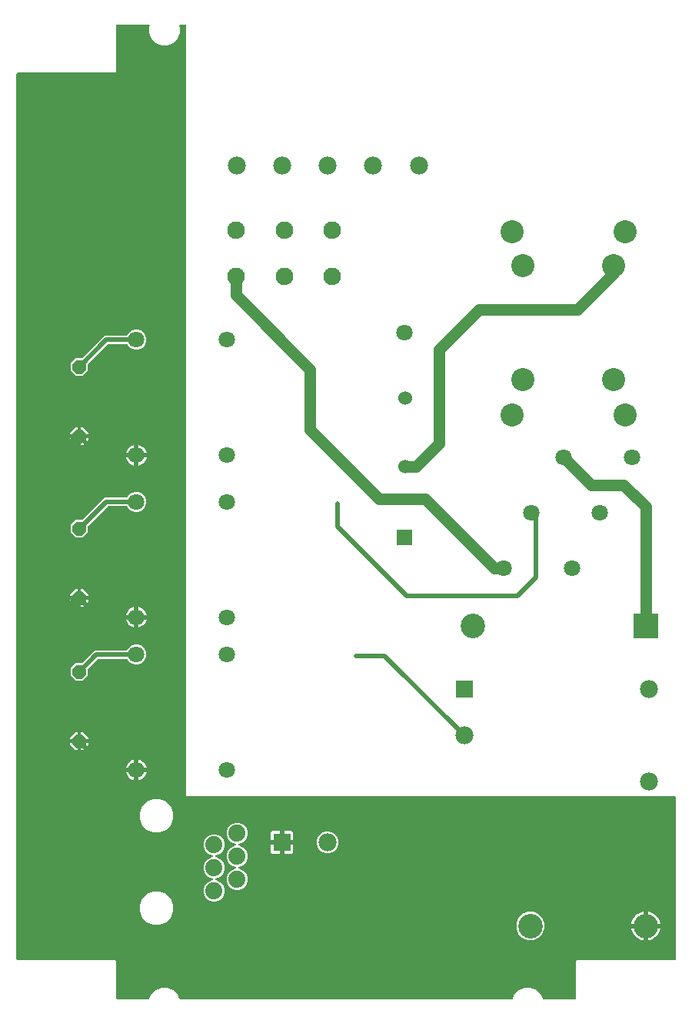
<source format=gbl>
G04 EAGLE Gerber RS-274X export*
G75*
%MOMM*%
%FSLAX34Y34*%
%LPD*%
%INBottom Copper*%
%IPPOS*%
%AMOC8*
5,1,8,0,0,1.08239X$1,22.5*%
G01*
%ADD10C,1.800000*%
%ADD11C,1.879600*%
%ADD12P,1.583577X8X292.500000*%
%ADD13C,1.930400*%
%ADD14R,2.700000X2.700000*%
%ADD15C,2.700000*%
%ADD16R,1.980000X1.980000*%
%ADD17C,1.980000*%
%ADD18C,2.540000*%
%ADD19R,1.800000X1.800000*%
%ADD20C,1.530000*%
%ADD21C,0.508000*%
%ADD22C,0.502400*%
%ADD23C,1.016000*%
%ADD24C,1.270000*%

G36*
X147325Y68734D02*
X147325Y68734D01*
X147355Y68732D01*
X147483Y68754D01*
X147611Y68771D01*
X147639Y68781D01*
X147668Y68787D01*
X147786Y68840D01*
X147907Y68888D01*
X147931Y68905D01*
X147958Y68917D01*
X148059Y68998D01*
X148164Y69074D01*
X148183Y69097D01*
X148206Y69116D01*
X148284Y69219D01*
X148367Y69319D01*
X148380Y69346D01*
X148398Y69370D01*
X148468Y69514D01*
X150587Y74630D01*
X155370Y79413D01*
X161618Y82001D01*
X168382Y82001D01*
X174630Y79413D01*
X179413Y74630D01*
X181532Y69514D01*
X181546Y69489D01*
X181555Y69461D01*
X181625Y69351D01*
X181689Y69238D01*
X181710Y69217D01*
X181725Y69192D01*
X181820Y69103D01*
X181910Y69010D01*
X181936Y68994D01*
X181957Y68974D01*
X182071Y68911D01*
X182182Y68843D01*
X182210Y68835D01*
X182236Y68820D01*
X182361Y68788D01*
X182485Y68750D01*
X182515Y68748D01*
X182544Y68741D01*
X182704Y68731D01*
X547296Y68731D01*
X547325Y68734D01*
X547355Y68732D01*
X547483Y68754D01*
X547611Y68771D01*
X547639Y68781D01*
X547668Y68787D01*
X547786Y68840D01*
X547907Y68888D01*
X547931Y68905D01*
X547958Y68917D01*
X548059Y68998D01*
X548164Y69074D01*
X548183Y69097D01*
X548206Y69116D01*
X548284Y69219D01*
X548367Y69319D01*
X548380Y69346D01*
X548398Y69370D01*
X548468Y69514D01*
X550587Y74630D01*
X555370Y79413D01*
X561618Y82001D01*
X568382Y82001D01*
X574630Y79413D01*
X579413Y74630D01*
X581532Y69514D01*
X581546Y69489D01*
X581555Y69461D01*
X581625Y69351D01*
X581689Y69238D01*
X581710Y69217D01*
X581725Y69192D01*
X581820Y69103D01*
X581910Y69010D01*
X581936Y68994D01*
X581957Y68974D01*
X582071Y68911D01*
X582182Y68843D01*
X582210Y68835D01*
X582236Y68820D01*
X582361Y68788D01*
X582485Y68750D01*
X582515Y68748D01*
X582544Y68741D01*
X582704Y68731D01*
X616730Y68731D01*
X616848Y68746D01*
X616967Y68753D01*
X617005Y68766D01*
X617046Y68771D01*
X617156Y68814D01*
X617269Y68851D01*
X617304Y68873D01*
X617341Y68888D01*
X617437Y68958D01*
X617538Y69021D01*
X617566Y69051D01*
X617599Y69074D01*
X617675Y69166D01*
X617756Y69253D01*
X617776Y69288D01*
X617801Y69319D01*
X617852Y69427D01*
X617910Y69531D01*
X617920Y69571D01*
X617937Y69607D01*
X617959Y69724D01*
X617989Y69839D01*
X617993Y69900D01*
X617997Y69920D01*
X617995Y69940D01*
X617999Y70000D01*
X617999Y110829D01*
X619171Y112001D01*
X726730Y112001D01*
X726848Y112016D01*
X726967Y112023D01*
X727005Y112036D01*
X727046Y112041D01*
X727156Y112084D01*
X727269Y112121D01*
X727304Y112143D01*
X727341Y112158D01*
X727437Y112227D01*
X727538Y112291D01*
X727566Y112321D01*
X727599Y112344D01*
X727675Y112436D01*
X727756Y112523D01*
X727776Y112558D01*
X727801Y112589D01*
X727852Y112697D01*
X727910Y112801D01*
X727920Y112841D01*
X727937Y112877D01*
X727959Y112994D01*
X727989Y113109D01*
X727993Y113169D01*
X727997Y113189D01*
X727995Y113210D01*
X727999Y113270D01*
X727999Y290860D01*
X727984Y290978D01*
X727977Y291097D01*
X727964Y291135D01*
X727959Y291176D01*
X727916Y291286D01*
X727879Y291399D01*
X727857Y291434D01*
X727842Y291471D01*
X727773Y291567D01*
X727709Y291668D01*
X727679Y291696D01*
X727656Y291729D01*
X727564Y291805D01*
X727477Y291886D01*
X727442Y291906D01*
X727411Y291931D01*
X727303Y291982D01*
X727199Y292040D01*
X727159Y292050D01*
X727123Y292067D01*
X727006Y292089D01*
X726891Y292119D01*
X726831Y292123D01*
X726811Y292127D01*
X726790Y292125D01*
X726730Y292129D01*
X188489Y292129D01*
X188489Y1140000D01*
X188474Y1140118D01*
X188467Y1140237D01*
X188454Y1140275D01*
X188449Y1140316D01*
X188406Y1140426D01*
X188369Y1140539D01*
X188347Y1140574D01*
X188332Y1140611D01*
X188263Y1140707D01*
X188199Y1140808D01*
X188169Y1140836D01*
X188146Y1140869D01*
X188054Y1140945D01*
X187967Y1141026D01*
X187932Y1141046D01*
X187901Y1141071D01*
X187793Y1141122D01*
X187689Y1141180D01*
X187649Y1141190D01*
X187613Y1141207D01*
X187496Y1141229D01*
X187381Y1141259D01*
X187321Y1141263D01*
X187301Y1141267D01*
X187280Y1141265D01*
X187220Y1141269D01*
X182704Y1141269D01*
X182655Y1141263D01*
X182605Y1141265D01*
X182498Y1141243D01*
X182389Y1141229D01*
X182342Y1141211D01*
X182294Y1141201D01*
X182195Y1141153D01*
X182093Y1141112D01*
X182053Y1141083D01*
X182008Y1141061D01*
X181925Y1140990D01*
X181836Y1140926D01*
X181804Y1140887D01*
X181766Y1140855D01*
X181703Y1140765D01*
X181633Y1140681D01*
X181612Y1140636D01*
X181583Y1140595D01*
X181544Y1140492D01*
X181497Y1140393D01*
X181488Y1140344D01*
X181470Y1140298D01*
X181458Y1140188D01*
X181438Y1140081D01*
X181441Y1140031D01*
X181435Y1139982D01*
X181450Y1139873D01*
X181457Y1139763D01*
X181473Y1139716D01*
X181480Y1139667D01*
X181532Y1139514D01*
X182001Y1138382D01*
X182001Y1131618D01*
X179413Y1125370D01*
X174630Y1120587D01*
X168382Y1117999D01*
X161618Y1117999D01*
X155370Y1120587D01*
X150587Y1125370D01*
X147999Y1131618D01*
X147999Y1138382D01*
X148468Y1139514D01*
X148480Y1139556D01*
X148494Y1139585D01*
X148494Y1139590D01*
X148503Y1139607D01*
X148523Y1139715D01*
X148552Y1139821D01*
X148553Y1139871D01*
X148562Y1139920D01*
X148556Y1140029D01*
X148557Y1140139D01*
X148546Y1140187D01*
X148543Y1140237D01*
X148509Y1140341D01*
X148483Y1140448D01*
X148460Y1140492D01*
X148445Y1140539D01*
X148386Y1140632D01*
X148335Y1140729D01*
X148301Y1140766D01*
X148275Y1140808D01*
X148194Y1140883D01*
X148121Y1140965D01*
X148079Y1140992D01*
X148043Y1141026D01*
X147947Y1141079D01*
X147855Y1141139D01*
X147808Y1141156D01*
X147764Y1141180D01*
X147658Y1141207D01*
X147554Y1141243D01*
X147505Y1141247D01*
X147456Y1141259D01*
X147296Y1141269D01*
X113270Y1141269D01*
X113152Y1141254D01*
X113033Y1141247D01*
X112995Y1141234D01*
X112954Y1141229D01*
X112844Y1141186D01*
X112731Y1141149D01*
X112696Y1141127D01*
X112659Y1141112D01*
X112563Y1141043D01*
X112462Y1140979D01*
X112434Y1140949D01*
X112401Y1140926D01*
X112325Y1140834D01*
X112244Y1140747D01*
X112224Y1140712D01*
X112199Y1140681D01*
X112148Y1140573D01*
X112090Y1140469D01*
X112080Y1140429D01*
X112063Y1140393D01*
X112041Y1140276D01*
X112011Y1140161D01*
X112007Y1140101D01*
X112003Y1140081D01*
X112004Y1140064D01*
X112003Y1140058D01*
X112004Y1140049D01*
X112001Y1140000D01*
X112001Y1089171D01*
X110829Y1087999D01*
X3270Y1087999D01*
X3152Y1087984D01*
X3033Y1087977D01*
X2995Y1087964D01*
X2954Y1087959D01*
X2844Y1087916D01*
X2731Y1087879D01*
X2696Y1087857D01*
X2659Y1087842D01*
X2563Y1087773D01*
X2462Y1087709D01*
X2434Y1087679D01*
X2401Y1087656D01*
X2325Y1087564D01*
X2244Y1087477D01*
X2224Y1087442D01*
X2199Y1087411D01*
X2148Y1087303D01*
X2090Y1087199D01*
X2080Y1087159D01*
X2063Y1087123D01*
X2041Y1087006D01*
X2011Y1086891D01*
X2007Y1086831D01*
X2003Y1086811D01*
X2005Y1086790D01*
X2001Y1086730D01*
X2001Y113270D01*
X2016Y113152D01*
X2023Y113033D01*
X2036Y112995D01*
X2041Y112954D01*
X2084Y112844D01*
X2121Y112731D01*
X2143Y112696D01*
X2158Y112659D01*
X2227Y112563D01*
X2291Y112462D01*
X2321Y112434D01*
X2344Y112401D01*
X2436Y112325D01*
X2523Y112244D01*
X2558Y112224D01*
X2589Y112199D01*
X2697Y112148D01*
X2801Y112090D01*
X2841Y112080D01*
X2877Y112063D01*
X2994Y112041D01*
X3109Y112011D01*
X3169Y112007D01*
X3189Y112003D01*
X3210Y112005D01*
X3270Y112001D01*
X110829Y112001D01*
X112001Y110829D01*
X112001Y70000D01*
X112016Y69882D01*
X112023Y69763D01*
X112036Y69725D01*
X112041Y69684D01*
X112084Y69574D01*
X112121Y69461D01*
X112143Y69426D01*
X112158Y69389D01*
X112227Y69293D01*
X112291Y69192D01*
X112321Y69164D01*
X112344Y69131D01*
X112436Y69056D01*
X112523Y68974D01*
X112558Y68954D01*
X112589Y68929D01*
X112697Y68878D01*
X112801Y68820D01*
X112841Y68810D01*
X112877Y68793D01*
X112994Y68771D01*
X113109Y68741D01*
X113169Y68737D01*
X113189Y68733D01*
X113210Y68735D01*
X113270Y68731D01*
X147296Y68731D01*
X147325Y68734D01*
G37*
%LPC*%
G36*
X217343Y176841D02*
X217343Y176841D01*
X213135Y178584D01*
X209914Y181805D01*
X208171Y186013D01*
X208171Y190567D01*
X209914Y194775D01*
X213135Y197996D01*
X217533Y199817D01*
X217653Y199886D01*
X217776Y199951D01*
X217791Y199965D01*
X217809Y199975D01*
X217909Y200072D01*
X218012Y200165D01*
X218023Y200182D01*
X218037Y200196D01*
X218110Y200315D01*
X218186Y200431D01*
X218193Y200450D01*
X218203Y200467D01*
X218244Y200600D01*
X218290Y200732D01*
X218291Y200752D01*
X218297Y200771D01*
X218304Y200910D01*
X218315Y201049D01*
X218311Y201069D01*
X218312Y201089D01*
X218284Y201225D01*
X218260Y201362D01*
X218252Y201381D01*
X218248Y201400D01*
X218187Y201526D01*
X218130Y201652D01*
X218117Y201668D01*
X218108Y201686D01*
X218018Y201792D01*
X217931Y201900D01*
X217915Y201913D01*
X217902Y201928D01*
X217788Y202008D01*
X217677Y202092D01*
X217652Y202104D01*
X217642Y202111D01*
X217623Y202118D01*
X217533Y202163D01*
X213135Y203984D01*
X209914Y207205D01*
X208171Y211413D01*
X208171Y215967D01*
X209914Y220175D01*
X213135Y223396D01*
X217533Y225217D01*
X217653Y225286D01*
X217776Y225351D01*
X217791Y225365D01*
X217809Y225375D01*
X217909Y225472D01*
X218012Y225565D01*
X218023Y225582D01*
X218037Y225596D01*
X218110Y225715D01*
X218186Y225831D01*
X218193Y225850D01*
X218203Y225867D01*
X218244Y226000D01*
X218290Y226132D01*
X218291Y226152D01*
X218297Y226171D01*
X218304Y226310D01*
X218315Y226449D01*
X218311Y226469D01*
X218312Y226489D01*
X218284Y226625D01*
X218260Y226762D01*
X218252Y226781D01*
X218248Y226800D01*
X218187Y226926D01*
X218130Y227052D01*
X218117Y227068D01*
X218108Y227086D01*
X218018Y227192D01*
X217931Y227300D01*
X217915Y227313D01*
X217902Y227328D01*
X217788Y227408D01*
X217677Y227492D01*
X217652Y227504D01*
X217642Y227511D01*
X217623Y227518D01*
X217533Y227563D01*
X213135Y229384D01*
X209914Y232605D01*
X208171Y236813D01*
X208171Y241367D01*
X209914Y245575D01*
X213135Y248796D01*
X217343Y250539D01*
X221897Y250539D01*
X226105Y248796D01*
X229326Y245575D01*
X231069Y241367D01*
X231069Y236813D01*
X229326Y232605D01*
X226105Y229384D01*
X221707Y227563D01*
X221587Y227494D01*
X221464Y227429D01*
X221449Y227415D01*
X221431Y227405D01*
X221331Y227308D01*
X221228Y227215D01*
X221217Y227198D01*
X221203Y227184D01*
X221130Y227066D01*
X221054Y226949D01*
X221047Y226930D01*
X221037Y226913D01*
X220996Y226780D01*
X220950Y226648D01*
X220949Y226628D01*
X220943Y226609D01*
X220936Y226470D01*
X220925Y226331D01*
X220929Y226311D01*
X220928Y226291D01*
X220956Y226155D01*
X220980Y226018D01*
X220988Y225999D01*
X220992Y225980D01*
X221053Y225855D01*
X221110Y225728D01*
X221123Y225712D01*
X221132Y225694D01*
X221222Y225588D01*
X221309Y225480D01*
X221325Y225467D01*
X221338Y225452D01*
X221452Y225372D01*
X221563Y225288D01*
X221588Y225276D01*
X221598Y225269D01*
X221617Y225262D01*
X221707Y225217D01*
X226105Y223396D01*
X229326Y220175D01*
X231069Y215967D01*
X231069Y211413D01*
X229326Y207205D01*
X226105Y203984D01*
X221707Y202163D01*
X221587Y202094D01*
X221464Y202029D01*
X221449Y202015D01*
X221431Y202005D01*
X221331Y201908D01*
X221228Y201815D01*
X221217Y201798D01*
X221203Y201784D01*
X221130Y201666D01*
X221054Y201549D01*
X221047Y201530D01*
X221037Y201513D01*
X220996Y201380D01*
X220950Y201248D01*
X220949Y201228D01*
X220943Y201209D01*
X220936Y201070D01*
X220925Y200931D01*
X220929Y200911D01*
X220928Y200891D01*
X220956Y200755D01*
X220980Y200618D01*
X220988Y200599D01*
X220992Y200580D01*
X221053Y200455D01*
X221110Y200328D01*
X221123Y200312D01*
X221132Y200294D01*
X221222Y200188D01*
X221309Y200080D01*
X221325Y200067D01*
X221338Y200052D01*
X221452Y199972D01*
X221563Y199888D01*
X221588Y199876D01*
X221598Y199869D01*
X221617Y199862D01*
X221707Y199817D01*
X226105Y197996D01*
X229326Y194775D01*
X231069Y190567D01*
X231069Y186013D01*
X229326Y181805D01*
X226105Y178584D01*
X221897Y176841D01*
X217343Y176841D01*
G37*
%LPD*%
%LPC*%
G36*
X242743Y189541D02*
X242743Y189541D01*
X238535Y191284D01*
X235314Y194505D01*
X233571Y198713D01*
X233571Y203267D01*
X235314Y207475D01*
X238535Y210696D01*
X242933Y212517D01*
X243053Y212586D01*
X243176Y212651D01*
X243191Y212665D01*
X243209Y212675D01*
X243309Y212772D01*
X243412Y212865D01*
X243423Y212882D01*
X243437Y212896D01*
X243510Y213015D01*
X243586Y213131D01*
X243593Y213150D01*
X243603Y213167D01*
X243644Y213300D01*
X243690Y213432D01*
X243691Y213452D01*
X243697Y213471D01*
X243704Y213610D01*
X243715Y213749D01*
X243711Y213769D01*
X243712Y213789D01*
X243684Y213925D01*
X243660Y214062D01*
X243652Y214081D01*
X243648Y214100D01*
X243587Y214226D01*
X243530Y214352D01*
X243517Y214368D01*
X243508Y214386D01*
X243418Y214492D01*
X243331Y214600D01*
X243315Y214613D01*
X243302Y214628D01*
X243188Y214708D01*
X243077Y214792D01*
X243052Y214804D01*
X243042Y214811D01*
X243023Y214818D01*
X242933Y214863D01*
X238535Y216684D01*
X235314Y219905D01*
X233571Y224113D01*
X233571Y228667D01*
X235314Y232875D01*
X238535Y236096D01*
X242933Y237917D01*
X243053Y237986D01*
X243176Y238051D01*
X243191Y238065D01*
X243209Y238075D01*
X243309Y238172D01*
X243412Y238265D01*
X243423Y238282D01*
X243437Y238296D01*
X243510Y238415D01*
X243586Y238531D01*
X243593Y238550D01*
X243603Y238567D01*
X243644Y238700D01*
X243690Y238832D01*
X243691Y238852D01*
X243697Y238871D01*
X243704Y239010D01*
X243715Y239149D01*
X243711Y239169D01*
X243712Y239189D01*
X243684Y239325D01*
X243660Y239462D01*
X243652Y239481D01*
X243648Y239500D01*
X243587Y239626D01*
X243530Y239752D01*
X243517Y239768D01*
X243508Y239786D01*
X243418Y239892D01*
X243331Y240000D01*
X243315Y240013D01*
X243302Y240028D01*
X243188Y240108D01*
X243077Y240192D01*
X243052Y240204D01*
X243042Y240211D01*
X243023Y240218D01*
X242933Y240263D01*
X238535Y242084D01*
X235314Y245305D01*
X233571Y249513D01*
X233571Y254067D01*
X235314Y258275D01*
X238535Y261496D01*
X242743Y263239D01*
X247297Y263239D01*
X251505Y261496D01*
X254726Y258275D01*
X256469Y254067D01*
X256469Y249513D01*
X254726Y245305D01*
X251505Y242084D01*
X247107Y240263D01*
X246987Y240194D01*
X246864Y240129D01*
X246849Y240115D01*
X246831Y240105D01*
X246731Y240008D01*
X246628Y239915D01*
X246617Y239898D01*
X246603Y239884D01*
X246530Y239766D01*
X246454Y239649D01*
X246447Y239630D01*
X246437Y239613D01*
X246396Y239480D01*
X246350Y239348D01*
X246349Y239328D01*
X246343Y239309D01*
X246336Y239170D01*
X246325Y239031D01*
X246329Y239011D01*
X246328Y238991D01*
X246356Y238855D01*
X246380Y238718D01*
X246388Y238699D01*
X246392Y238680D01*
X246453Y238555D01*
X246510Y238428D01*
X246523Y238412D01*
X246532Y238394D01*
X246622Y238288D01*
X246709Y238180D01*
X246725Y238167D01*
X246738Y238152D01*
X246852Y238072D01*
X246963Y237988D01*
X246988Y237976D01*
X246998Y237969D01*
X247017Y237962D01*
X247107Y237917D01*
X251505Y236096D01*
X254726Y232875D01*
X256469Y228667D01*
X256469Y224113D01*
X254726Y219905D01*
X251505Y216684D01*
X247107Y214863D01*
X246987Y214794D01*
X246864Y214729D01*
X246849Y214715D01*
X246831Y214705D01*
X246731Y214608D01*
X246628Y214515D01*
X246617Y214498D01*
X246603Y214484D01*
X246530Y214366D01*
X246454Y214249D01*
X246447Y214230D01*
X246437Y214213D01*
X246396Y214080D01*
X246350Y213948D01*
X246349Y213928D01*
X246343Y213909D01*
X246336Y213770D01*
X246325Y213631D01*
X246329Y213611D01*
X246328Y213591D01*
X246356Y213455D01*
X246380Y213318D01*
X246388Y213299D01*
X246392Y213280D01*
X246453Y213155D01*
X246510Y213028D01*
X246523Y213012D01*
X246532Y212994D01*
X246622Y212888D01*
X246709Y212780D01*
X246725Y212767D01*
X246738Y212752D01*
X246852Y212672D01*
X246963Y212588D01*
X246988Y212576D01*
X246998Y212569D01*
X247017Y212562D01*
X247107Y212517D01*
X251505Y210696D01*
X254726Y207475D01*
X256469Y203267D01*
X256469Y198713D01*
X254726Y194505D01*
X251505Y191284D01*
X247297Y189541D01*
X242743Y189541D01*
G37*
%LPD*%
%LPC*%
G36*
X67241Y755174D02*
X67241Y755174D01*
X61754Y760661D01*
X61754Y768419D01*
X67241Y773906D01*
X73468Y773906D01*
X73566Y773918D01*
X73665Y773921D01*
X73723Y773938D01*
X73783Y773946D01*
X73876Y773982D01*
X73971Y774010D01*
X74023Y774041D01*
X74079Y774063D01*
X74159Y774121D01*
X74245Y774171D01*
X74320Y774238D01*
X74336Y774250D01*
X74344Y774259D01*
X74365Y774278D01*
X98998Y798911D01*
X123012Y798911D01*
X123042Y798914D01*
X123071Y798912D01*
X123199Y798934D01*
X123328Y798951D01*
X123355Y798961D01*
X123384Y798966D01*
X123503Y799020D01*
X123623Y799068D01*
X123647Y799085D01*
X123674Y799097D01*
X123776Y799178D01*
X123881Y799254D01*
X123900Y799277D01*
X123923Y799296D01*
X124001Y799399D01*
X124084Y799499D01*
X124096Y799526D01*
X124114Y799550D01*
X124185Y799694D01*
X124552Y800580D01*
X127660Y803688D01*
X131722Y805371D01*
X136118Y805371D01*
X140180Y803688D01*
X143288Y800580D01*
X144971Y796518D01*
X144971Y792122D01*
X143288Y788060D01*
X140180Y784952D01*
X136118Y783269D01*
X131722Y783269D01*
X127660Y784952D01*
X124552Y788060D01*
X124185Y788946D01*
X124170Y788971D01*
X124161Y788999D01*
X124092Y789109D01*
X124027Y789222D01*
X124007Y789243D01*
X123991Y789268D01*
X123896Y789357D01*
X123806Y789450D01*
X123781Y789466D01*
X123759Y789486D01*
X123646Y789549D01*
X123535Y789617D01*
X123507Y789625D01*
X123481Y789640D01*
X123355Y789672D01*
X123231Y789710D01*
X123201Y789712D01*
X123173Y789719D01*
X123012Y789729D01*
X103327Y789729D01*
X103229Y789717D01*
X103130Y789714D01*
X103072Y789697D01*
X103012Y789689D01*
X102920Y789653D01*
X102825Y789625D01*
X102772Y789595D01*
X102716Y789572D01*
X102636Y789514D01*
X102551Y789464D01*
X102475Y789398D01*
X102459Y789386D01*
X102451Y789376D01*
X102430Y789358D01*
X80858Y767785D01*
X80797Y767707D01*
X80729Y767635D01*
X80700Y767582D01*
X80663Y767534D01*
X80623Y767443D01*
X80576Y767357D01*
X80560Y767298D01*
X80536Y767242D01*
X80521Y767144D01*
X80496Y767049D01*
X80490Y766949D01*
X80487Y766928D01*
X80488Y766916D01*
X80486Y766888D01*
X80486Y760661D01*
X74999Y755174D01*
X67241Y755174D01*
G37*
%LPD*%
%LPC*%
G36*
X67241Y577374D02*
X67241Y577374D01*
X61754Y582861D01*
X61754Y590619D01*
X67241Y596106D01*
X73468Y596106D01*
X73566Y596118D01*
X73665Y596121D01*
X73723Y596138D01*
X73783Y596146D01*
X73876Y596182D01*
X73971Y596210D01*
X74023Y596241D01*
X74079Y596263D01*
X74159Y596321D01*
X74245Y596371D01*
X74320Y596438D01*
X74336Y596450D01*
X74344Y596459D01*
X74365Y596478D01*
X98678Y620791D01*
X123012Y620791D01*
X123042Y620794D01*
X123071Y620792D01*
X123199Y620814D01*
X123328Y620831D01*
X123355Y620841D01*
X123384Y620846D01*
X123503Y620900D01*
X123623Y620948D01*
X123647Y620965D01*
X123674Y620977D01*
X123776Y621058D01*
X123881Y621134D01*
X123900Y621157D01*
X123923Y621176D01*
X124001Y621279D01*
X124084Y621379D01*
X124096Y621406D01*
X124114Y621430D01*
X124185Y621574D01*
X124552Y622460D01*
X127660Y625568D01*
X131722Y627251D01*
X136118Y627251D01*
X140180Y625568D01*
X143288Y622460D01*
X144971Y618398D01*
X144971Y614002D01*
X143288Y609940D01*
X140180Y606832D01*
X136118Y605149D01*
X131722Y605149D01*
X127660Y606832D01*
X124552Y609940D01*
X124185Y610826D01*
X124170Y610851D01*
X124161Y610879D01*
X124092Y610989D01*
X124027Y611102D01*
X124007Y611123D01*
X123991Y611148D01*
X123896Y611237D01*
X123806Y611330D01*
X123781Y611346D01*
X123759Y611366D01*
X123646Y611429D01*
X123535Y611497D01*
X123507Y611505D01*
X123481Y611520D01*
X123355Y611552D01*
X123231Y611590D01*
X123201Y611592D01*
X123173Y611599D01*
X123012Y611609D01*
X103007Y611609D01*
X102909Y611597D01*
X102810Y611594D01*
X102752Y611577D01*
X102692Y611569D01*
X102600Y611533D01*
X102505Y611505D01*
X102452Y611475D01*
X102396Y611452D01*
X102316Y611394D01*
X102231Y611344D01*
X102155Y611278D01*
X102139Y611266D01*
X102131Y611256D01*
X102110Y611238D01*
X80858Y589985D01*
X80797Y589907D01*
X80729Y589835D01*
X80700Y589782D01*
X80663Y589734D01*
X80623Y589643D01*
X80576Y589557D01*
X80560Y589498D01*
X80536Y589442D01*
X80521Y589344D01*
X80496Y589249D01*
X80490Y589149D01*
X80487Y589128D01*
X80488Y589116D01*
X80486Y589088D01*
X80486Y582861D01*
X74999Y577374D01*
X67241Y577374D01*
G37*
%LPD*%
%LPC*%
G36*
X67241Y419894D02*
X67241Y419894D01*
X61754Y425381D01*
X61754Y433139D01*
X67241Y438626D01*
X73468Y438626D01*
X73566Y438638D01*
X73665Y438641D01*
X73723Y438658D01*
X73783Y438666D01*
X73876Y438702D01*
X73971Y438730D01*
X74023Y438760D01*
X74079Y438783D01*
X74159Y438841D01*
X74245Y438891D01*
X74320Y438958D01*
X74336Y438970D01*
X74344Y438979D01*
X74365Y438998D01*
X85138Y449770D01*
X88198Y452831D01*
X123012Y452831D01*
X123042Y452834D01*
X123071Y452832D01*
X123199Y452854D01*
X123328Y452871D01*
X123355Y452881D01*
X123384Y452886D01*
X123503Y452940D01*
X123623Y452988D01*
X123647Y453005D01*
X123674Y453017D01*
X123776Y453098D01*
X123881Y453174D01*
X123900Y453197D01*
X123923Y453216D01*
X124001Y453319D01*
X124084Y453419D01*
X124096Y453446D01*
X124114Y453470D01*
X124185Y453614D01*
X124552Y454500D01*
X127660Y457608D01*
X131722Y459291D01*
X136118Y459291D01*
X140180Y457608D01*
X143288Y454500D01*
X144971Y450438D01*
X144971Y446042D01*
X143288Y441980D01*
X140180Y438872D01*
X136118Y437189D01*
X131722Y437189D01*
X127660Y438872D01*
X124552Y441980D01*
X124185Y442866D01*
X124170Y442891D01*
X124161Y442919D01*
X124092Y443029D01*
X124027Y443142D01*
X124007Y443163D01*
X123991Y443188D01*
X123896Y443277D01*
X123806Y443370D01*
X123781Y443386D01*
X123759Y443406D01*
X123646Y443469D01*
X123535Y443537D01*
X123507Y443545D01*
X123481Y443560D01*
X123355Y443592D01*
X123231Y443630D01*
X123201Y443632D01*
X123173Y443639D01*
X123012Y443649D01*
X92527Y443649D01*
X92429Y443637D01*
X92330Y443634D01*
X92272Y443617D01*
X92212Y443609D01*
X92120Y443573D01*
X92025Y443545D01*
X91972Y443515D01*
X91916Y443492D01*
X91836Y443434D01*
X91751Y443384D01*
X91675Y443318D01*
X91659Y443306D01*
X91651Y443296D01*
X91630Y443278D01*
X80858Y432505D01*
X80797Y432427D01*
X80729Y432355D01*
X80700Y432302D01*
X80663Y432254D01*
X80623Y432163D01*
X80576Y432077D01*
X80560Y432018D01*
X80536Y431962D01*
X80521Y431864D01*
X80496Y431769D01*
X80490Y431669D01*
X80487Y431648D01*
X80488Y431636D01*
X80486Y431608D01*
X80486Y425381D01*
X74999Y419894D01*
X67241Y419894D01*
G37*
%LPD*%
%LPC*%
G36*
X152488Y150983D02*
X152488Y150983D01*
X145778Y153763D01*
X140643Y158898D01*
X137863Y165608D01*
X137863Y172872D01*
X140643Y179582D01*
X145778Y184717D01*
X152488Y187497D01*
X159752Y187497D01*
X166462Y184717D01*
X171597Y179582D01*
X174377Y172872D01*
X174377Y165608D01*
X171597Y158898D01*
X166462Y153763D01*
X159752Y150983D01*
X152488Y150983D01*
G37*
%LPD*%
%LPC*%
G36*
X152488Y252583D02*
X152488Y252583D01*
X145778Y255363D01*
X140643Y260498D01*
X137863Y267208D01*
X137863Y274472D01*
X140643Y281182D01*
X145778Y286317D01*
X152488Y289097D01*
X159752Y289097D01*
X166462Y286317D01*
X171597Y281182D01*
X174377Y274472D01*
X174377Y267208D01*
X171597Y260498D01*
X166462Y255363D01*
X159752Y252583D01*
X152488Y252583D01*
G37*
%LPD*%
%LPC*%
G36*
X564857Y134249D02*
X564857Y134249D01*
X559141Y136617D01*
X554767Y140991D01*
X552399Y146707D01*
X552399Y152893D01*
X554767Y158609D01*
X559141Y162983D01*
X564857Y165351D01*
X571043Y165351D01*
X576759Y162983D01*
X581133Y158609D01*
X583501Y152893D01*
X583501Y146707D01*
X581133Y140991D01*
X576759Y136617D01*
X571043Y134249D01*
X564857Y134249D01*
G37*
%LPD*%
%LPC*%
G36*
X341823Y229649D02*
X341823Y229649D01*
X337430Y231469D01*
X334069Y234830D01*
X332249Y239223D01*
X332249Y243977D01*
X334069Y248370D01*
X337430Y251731D01*
X341823Y253551D01*
X346577Y253551D01*
X350970Y251731D01*
X354331Y248370D01*
X356151Y243977D01*
X356151Y239223D01*
X354331Y234830D01*
X350970Y231469D01*
X346577Y229649D01*
X341823Y229649D01*
G37*
%LPD*%
%LPC*%
G36*
X697539Y152339D02*
X697539Y152339D01*
X697539Y165645D01*
X698136Y165566D01*
X700167Y165022D01*
X702110Y164217D01*
X703931Y163166D01*
X705599Y161886D01*
X707086Y160399D01*
X708366Y158731D01*
X709417Y156910D01*
X710222Y154967D01*
X710766Y152936D01*
X710845Y152339D01*
X697539Y152339D01*
G37*
%LPD*%
%LPC*%
G36*
X679155Y152339D02*
X679155Y152339D01*
X679234Y152936D01*
X679778Y154967D01*
X680583Y156910D01*
X681634Y158731D01*
X682914Y160399D01*
X684401Y161886D01*
X686069Y163166D01*
X687890Y164217D01*
X689833Y165022D01*
X691864Y165566D01*
X692461Y165645D01*
X692461Y152339D01*
X679155Y152339D01*
G37*
%LPD*%
%LPC*%
G36*
X697539Y147261D02*
X697539Y147261D01*
X710845Y147261D01*
X710766Y146664D01*
X710222Y144633D01*
X709417Y142690D01*
X708366Y140869D01*
X707086Y139201D01*
X705599Y137714D01*
X703931Y136434D01*
X702110Y135383D01*
X700167Y134578D01*
X698136Y134034D01*
X697539Y133955D01*
X697539Y147261D01*
G37*
%LPD*%
%LPC*%
G36*
X691864Y134034D02*
X691864Y134034D01*
X689833Y134578D01*
X687890Y135383D01*
X686069Y136434D01*
X684401Y137714D01*
X682914Y139201D01*
X681634Y140869D01*
X680583Y142690D01*
X679778Y144633D01*
X679234Y146664D01*
X679155Y147261D01*
X692461Y147261D01*
X692461Y133955D01*
X691864Y134034D01*
G37*
%LPD*%
%LPC*%
G36*
X296739Y244139D02*
X296739Y244139D01*
X296739Y254041D01*
X304434Y254041D01*
X305081Y253868D01*
X305660Y253533D01*
X306133Y253060D01*
X306468Y252481D01*
X306641Y251834D01*
X306641Y244139D01*
X296739Y244139D01*
G37*
%LPD*%
%LPC*%
G36*
X296739Y229159D02*
X296739Y229159D01*
X296739Y239061D01*
X306641Y239061D01*
X306641Y231366D01*
X306468Y230719D01*
X306133Y230140D01*
X305660Y229667D01*
X305081Y229332D01*
X304434Y229159D01*
X296739Y229159D01*
G37*
%LPD*%
%LPC*%
G36*
X281759Y244139D02*
X281759Y244139D01*
X281759Y251834D01*
X281932Y252481D01*
X282267Y253060D01*
X282740Y253533D01*
X283319Y253868D01*
X283966Y254041D01*
X291661Y254041D01*
X291661Y244139D01*
X281759Y244139D01*
G37*
%LPD*%
%LPC*%
G36*
X283966Y229159D02*
X283966Y229159D01*
X283319Y229332D01*
X282740Y229667D01*
X282267Y230140D01*
X281932Y230719D01*
X281759Y231366D01*
X281759Y239061D01*
X291661Y239061D01*
X291661Y229159D01*
X283966Y229159D01*
G37*
%LPD*%
%LPC*%
G36*
X136419Y669819D02*
X136419Y669819D01*
X136419Y678609D01*
X136623Y678577D01*
X138350Y678015D01*
X139969Y677191D01*
X141438Y676123D01*
X142723Y674838D01*
X143791Y673369D01*
X144615Y671750D01*
X145177Y670023D01*
X145209Y669819D01*
X136419Y669819D01*
G37*
%LPD*%
%LPC*%
G36*
X136419Y323739D02*
X136419Y323739D01*
X136419Y332529D01*
X136623Y332497D01*
X138350Y331935D01*
X139969Y331111D01*
X141438Y330043D01*
X142723Y328758D01*
X143791Y327289D01*
X144615Y325670D01*
X145177Y323943D01*
X145209Y323739D01*
X136419Y323739D01*
G37*
%LPD*%
%LPC*%
G36*
X136419Y491699D02*
X136419Y491699D01*
X136419Y500489D01*
X136623Y500457D01*
X138350Y499895D01*
X139969Y499071D01*
X141438Y498003D01*
X142723Y496718D01*
X143791Y495249D01*
X144615Y493630D01*
X145177Y491903D01*
X145209Y491699D01*
X136419Y491699D01*
G37*
%LPD*%
%LPC*%
G36*
X136419Y486701D02*
X136419Y486701D01*
X145209Y486701D01*
X145177Y486497D01*
X144615Y484770D01*
X143791Y483151D01*
X142723Y481682D01*
X141438Y480397D01*
X139969Y479329D01*
X138350Y478505D01*
X136623Y477943D01*
X136419Y477911D01*
X136419Y486701D01*
G37*
%LPD*%
%LPC*%
G36*
X122631Y669819D02*
X122631Y669819D01*
X122663Y670023D01*
X123225Y671750D01*
X124049Y673369D01*
X125117Y674838D01*
X126402Y676123D01*
X127871Y677191D01*
X129490Y678015D01*
X131217Y678577D01*
X131421Y678609D01*
X131421Y669819D01*
X122631Y669819D01*
G37*
%LPD*%
%LPC*%
G36*
X136419Y664821D02*
X136419Y664821D01*
X145209Y664821D01*
X145177Y664617D01*
X144615Y662890D01*
X143791Y661271D01*
X142723Y659802D01*
X141438Y658517D01*
X139969Y657449D01*
X138350Y656625D01*
X136623Y656063D01*
X136419Y656031D01*
X136419Y664821D01*
G37*
%LPD*%
%LPC*%
G36*
X122631Y323739D02*
X122631Y323739D01*
X122663Y323943D01*
X123225Y325670D01*
X124049Y327289D01*
X125117Y328758D01*
X126402Y330043D01*
X127871Y331111D01*
X129490Y331935D01*
X131217Y332497D01*
X131421Y332529D01*
X131421Y323739D01*
X122631Y323739D01*
G37*
%LPD*%
%LPC*%
G36*
X136419Y318741D02*
X136419Y318741D01*
X145209Y318741D01*
X145177Y318537D01*
X144615Y316810D01*
X143791Y315191D01*
X142723Y313722D01*
X141438Y312437D01*
X139969Y311369D01*
X138350Y310545D01*
X136623Y309983D01*
X136419Y309951D01*
X136419Y318741D01*
G37*
%LPD*%
%LPC*%
G36*
X122631Y491699D02*
X122631Y491699D01*
X122663Y491903D01*
X123225Y493630D01*
X124049Y495249D01*
X125117Y496718D01*
X126402Y498003D01*
X127871Y499071D01*
X129490Y499895D01*
X131217Y500457D01*
X131421Y500489D01*
X131421Y491699D01*
X122631Y491699D01*
G37*
%LPD*%
%LPC*%
G36*
X131217Y477943D02*
X131217Y477943D01*
X129490Y478505D01*
X127871Y479329D01*
X126402Y480397D01*
X125117Y481682D01*
X124049Y483151D01*
X123225Y484770D01*
X122663Y486497D01*
X122631Y486701D01*
X131421Y486701D01*
X131421Y477911D01*
X131217Y477943D01*
G37*
%LPD*%
%LPC*%
G36*
X131217Y309983D02*
X131217Y309983D01*
X129490Y310545D01*
X127871Y311369D01*
X126402Y312437D01*
X125117Y313722D01*
X124049Y315191D01*
X123225Y316810D01*
X122663Y318537D01*
X122631Y318741D01*
X131421Y318741D01*
X131421Y309951D01*
X131217Y309983D01*
G37*
%LPD*%
%LPC*%
G36*
X131217Y656063D02*
X131217Y656063D01*
X129490Y656625D01*
X127871Y657449D01*
X126402Y658517D01*
X125117Y659802D01*
X124049Y661271D01*
X123225Y662890D01*
X122663Y664617D01*
X122631Y664821D01*
X131421Y664821D01*
X131421Y656031D01*
X131217Y656063D01*
G37*
%LPD*%
%LPC*%
G36*
X73151Y690371D02*
X73151Y690371D01*
X73151Y698196D01*
X75202Y698196D01*
X80976Y692422D01*
X80976Y690371D01*
X73151Y690371D01*
G37*
%LPD*%
%LPC*%
G36*
X73151Y512571D02*
X73151Y512571D01*
X73151Y520396D01*
X75202Y520396D01*
X80976Y514622D01*
X80976Y512571D01*
X73151Y512571D01*
G37*
%LPD*%
%LPC*%
G36*
X73151Y355091D02*
X73151Y355091D01*
X73151Y362916D01*
X75202Y362916D01*
X80976Y357142D01*
X80976Y355091D01*
X73151Y355091D01*
G37*
%LPD*%
%LPC*%
G36*
X73151Y351029D02*
X73151Y351029D01*
X80976Y351029D01*
X80976Y348978D01*
X75202Y343204D01*
X73151Y343204D01*
X73151Y351029D01*
G37*
%LPD*%
%LPC*%
G36*
X61264Y512571D02*
X61264Y512571D01*
X61264Y514622D01*
X67038Y520396D01*
X69089Y520396D01*
X69089Y512571D01*
X61264Y512571D01*
G37*
%LPD*%
%LPC*%
G36*
X61264Y355091D02*
X61264Y355091D01*
X61264Y357142D01*
X67038Y362916D01*
X69089Y362916D01*
X69089Y355091D01*
X61264Y355091D01*
G37*
%LPD*%
%LPC*%
G36*
X61264Y690371D02*
X61264Y690371D01*
X61264Y692422D01*
X67038Y698196D01*
X69089Y698196D01*
X69089Y690371D01*
X61264Y690371D01*
G37*
%LPD*%
%LPC*%
G36*
X73151Y500684D02*
X73151Y500684D01*
X73151Y508509D01*
X80976Y508509D01*
X80976Y506458D01*
X75202Y500684D01*
X73151Y500684D01*
G37*
%LPD*%
%LPC*%
G36*
X73151Y678484D02*
X73151Y678484D01*
X73151Y686309D01*
X80976Y686309D01*
X80976Y684258D01*
X75202Y678484D01*
X73151Y678484D01*
G37*
%LPD*%
%LPC*%
G36*
X67038Y343204D02*
X67038Y343204D01*
X61264Y348978D01*
X61264Y351029D01*
X69089Y351029D01*
X69089Y343204D01*
X67038Y343204D01*
G37*
%LPD*%
%LPC*%
G36*
X67038Y678484D02*
X67038Y678484D01*
X61264Y684258D01*
X61264Y686309D01*
X69089Y686309D01*
X69089Y678484D01*
X67038Y678484D01*
G37*
%LPD*%
%LPC*%
G36*
X67038Y500684D02*
X67038Y500684D01*
X61264Y506458D01*
X61264Y508509D01*
X69089Y508509D01*
X69089Y500684D01*
X67038Y500684D01*
G37*
%LPD*%
%LPC*%
G36*
X294199Y241599D02*
X294199Y241599D01*
X294199Y241601D01*
X294201Y241601D01*
X294201Y241599D01*
X294199Y241599D01*
G37*
%LPD*%
%LPC*%
G36*
X694999Y149799D02*
X694999Y149799D01*
X694999Y149801D01*
X695001Y149801D01*
X695001Y149799D01*
X694999Y149799D01*
G37*
%LPD*%
D10*
X233920Y321240D03*
X233920Y448240D03*
X133920Y448240D03*
X133920Y321240D03*
D11*
X245020Y251790D03*
X219620Y239090D03*
X245020Y226390D03*
X219620Y213690D03*
X245020Y200990D03*
X219620Y188290D03*
D12*
X71120Y429260D03*
X71120Y353060D03*
D10*
X233920Y489200D03*
X233920Y616200D03*
X133920Y616200D03*
X133920Y489200D03*
D12*
X71120Y586740D03*
X71120Y510540D03*
D10*
X233920Y667320D03*
X233920Y794320D03*
X133920Y794320D03*
X133920Y667320D03*
D12*
X71120Y764540D03*
X71120Y688340D03*
D13*
X296740Y914520D03*
X296740Y863720D03*
X350000Y914520D03*
X350000Y863720D03*
X243480Y914520D03*
X243480Y863720D03*
D14*
X695000Y480000D03*
D15*
X504500Y480000D03*
X567950Y149800D03*
X695000Y149800D03*
D16*
X495000Y410000D03*
D17*
X495000Y359200D03*
X698200Y308400D03*
X698200Y410000D03*
D10*
X604520Y665480D03*
X679520Y665480D03*
X568960Y604520D03*
X643960Y604520D03*
X538480Y543560D03*
X613480Y543560D03*
D18*
X559200Y875680D03*
X659200Y875680D03*
X559200Y750680D03*
X659200Y750680D03*
X547600Y912980D03*
X672600Y912980D03*
X547600Y711980D03*
X672600Y711980D03*
D19*
X429240Y577000D03*
D10*
X429240Y802000D03*
D20*
X430240Y655000D03*
X430240Y730000D03*
D17*
X344200Y241600D03*
D16*
X294200Y241600D03*
D17*
X444880Y985660D03*
X394880Y985660D03*
X344880Y985660D03*
X294880Y985660D03*
X244880Y985660D03*
D21*
X90100Y448240D02*
X71120Y429260D01*
X90100Y448240D02*
X133920Y448240D01*
X71120Y586740D02*
X100580Y616200D01*
X133920Y616200D01*
X71120Y764540D02*
X100900Y794320D01*
X133920Y794320D01*
D22*
X462280Y193040D03*
D21*
X441960Y172720D01*
X360680Y172720D01*
D22*
X360680Y172720D03*
X508000Y198120D03*
X548640Y269240D03*
X665480Y228600D03*
D21*
X102940Y321240D02*
X71120Y353060D01*
X102940Y321240D02*
X133920Y321240D01*
X92460Y489200D02*
X71120Y510540D01*
X92460Y489200D02*
X133920Y489200D01*
X92140Y667320D02*
X71120Y688340D01*
X92140Y667320D02*
X133920Y667320D01*
D23*
X71120Y688340D02*
X45720Y662940D01*
X93980Y142240D02*
X233680Y142240D01*
X45720Y485140D02*
X45720Y662940D01*
X45720Y485140D02*
X45720Y190500D01*
X93980Y142240D01*
X45720Y485140D02*
X71120Y510540D01*
D22*
X260350Y139700D03*
D24*
X236220Y139700D01*
X233680Y142240D01*
D22*
X36830Y148590D03*
X21590Y316230D03*
X21590Y642620D03*
X153670Y929640D03*
D24*
X695000Y610560D02*
X695000Y480000D01*
X670560Y635000D02*
X635000Y635000D01*
X604520Y665480D01*
X670560Y635000D02*
X695000Y610560D01*
D21*
X495000Y359200D02*
X407160Y447040D01*
X375920Y447040D01*
D22*
X375920Y447040D03*
D21*
X568960Y604520D02*
X574040Y599440D01*
X574040Y533400D01*
X553720Y513080D01*
X431800Y513080D01*
X355600Y589280D02*
X355600Y614680D01*
D22*
X355600Y614680D03*
D21*
X355600Y589280D02*
X431800Y513080D01*
D24*
X528320Y543560D02*
X538480Y543560D01*
X452120Y619760D02*
X401320Y619760D01*
X325120Y695960D01*
X243480Y843640D02*
X243480Y863720D01*
X452120Y619760D02*
X528320Y543560D01*
X325120Y695960D02*
X325120Y762000D01*
X243480Y843640D01*
X467360Y783840D02*
X467360Y680720D01*
X441640Y655000D01*
X430240Y655000D01*
X467360Y783840D02*
X511560Y828040D01*
X619760Y828040D01*
X659200Y867480D01*
X659200Y875680D01*
M02*

</source>
